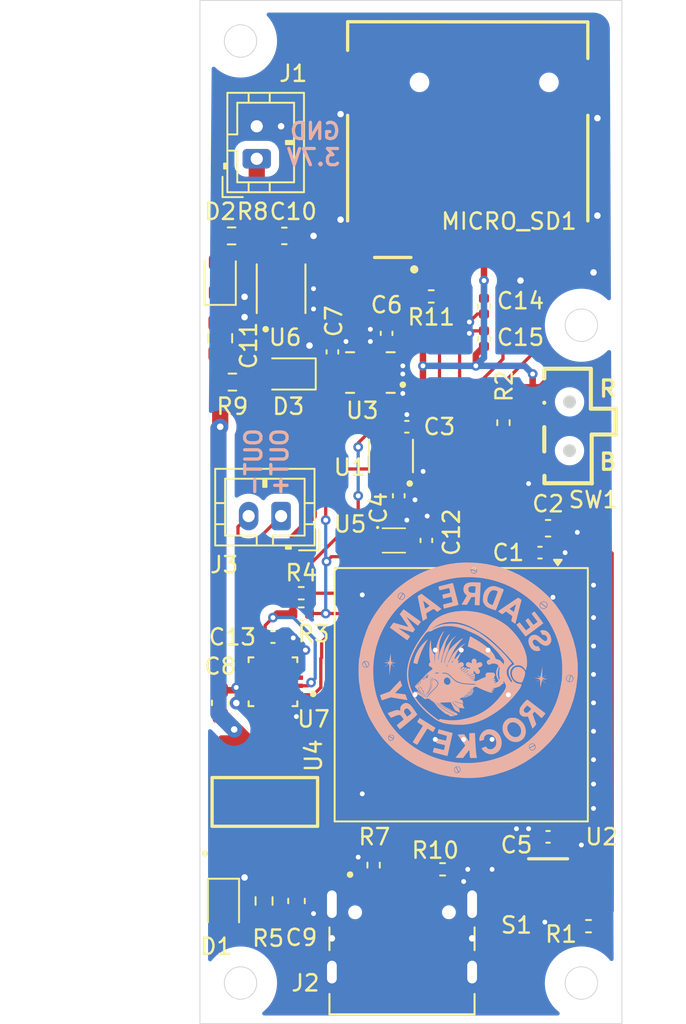
<source format=kicad_pcb>
(kicad_pcb (version 20241229) (generator "pcbnew") (generator_version "9.0")
  (layers (0 "F.Cu" signal) (2 "B.Cu" power) (13 "F.Paste" user) (15 "B.Paste" user) (5 "F.SilkS" user "F.Silkscreen") (7 "B.SilkS" user "B.Silkscreen") (1 "F.Mask" user) (3 "B.Mask" user) (25 "Edge.Cuts" user))
  (net 0 "")
  (net 1 "GND")
  (net 2 "+3.3V")
  (net 3 "/EN")
  (net 4 "Net-(J1-Pin_1)")
  (net 5 "Net-(D1-A)")
  (net 6 "Net-(D2-A)")
  (net 7 "Net-(D3-A)")
  (net 8 "/USB 5V")
  (net 9 "/D+")
  (net 10 "/D-")
  (net 13 "Net-(J2-CC1)")
  (net 14 "Net-(J2-CC2)")
  (net 15 "/OUT+")
  (net 16 "/OUT-")
  (net 17 "/MOSI")
  (net 20 "/SCK")
  (net 21 "/CD")
  (net 22 "/BOOT")
  (net 23 "Net-(SW1-B)")
  (net 27 "/IO14")
  (net 31 "/IO12")
  (net 43 "/IO13")
  (net 57 "/IO16")
  (net 58 "/IO15")
  (net 61 "/MISO")
  (footprint "Capacitor_SMD:C_0402_1005Metric" (layer "F.Cu") (at 153.75 65 180)
    (property "Reference" "C3")
    (property "Value" "100nF")
  )
  (footprint "Capacitor_SMD:C_0603_1608Metric" (layer "F.Cu") (at 162.45 71.25 180)
    (property "Reference" "C2")
    (property "Value" "10uF")
  )
  (footprint "Capacitor_SMD:C_0603_1608Metric" (layer "F.Cu") (at 142.25 82 90)
    (property "Reference" "C8")
    (property "Value" "10uF")
  )
  (footprint "Resistor_SMD:R_0402_1005Metric" (layer "F.Cu") (at 164.94 95.75)
    (property "Reference" "R1")
    (property "Value" "10k")
  )
  (footprint "2FOOTPRINTS:SHT4X" (layer "F.Cu") (at 152.95 72)
    (property "Reference" "U5")
    (property "Value" "SHT40-AD1B-R3")
  )
  (footprint "Capacitor_SMD:C_0603_1608Metric" (layer "F.Cu") (at 146.95 94.2 -90)
    (property "Reference" "C9")
    (property "Value" "10uF")
  )
  (footprint "LED_SMD:LED_0805_2012Metric" (layer "F.Cu") (at 142.45 94.5125 -90)
    (property "Reference" "D1")
    (property "Value" "LED")
  )
  (footprint "2FOOTPRINTS:XDCR_BMP280" (layer "F.Cu") (at 152.775 66.8 -90)
    (property "Reference" "U1")
    (property "Value" "BMP280")
  )
  (footprint "Resistor_SMD:R_0603_1608Metric" (layer "F.Cu") (at 142.95 53.25 180)
    (property "Reference" "R8")
    (property "Value" "220")
  )
  (footprint "RF_Module:ESP32-S2-MINI-1U" (layer "F.Cu") (at 157.1 81.5 -90)
    (property "Reference" "U2")
    (property "Value" "ESP32-S3-MINI-1U-N8")
  )
  (footprint "2FOOTPRINTS:XDCR_LSM6DSO32TR" (layer "F.Cu") (at 151.5 61.6625 180)
    (property "Reference" "U3")
    (property "Value" "LSM6DSO32TR")
  )
  (footprint "Capacitor_SMD:C_0402_1005Metric" (layer "F.Cu") (at 162.45 90.25)
    (property "Reference" "C5")
    (property "Value" "100nF")
  )
  (footprint "TYPE-C_16PIN_2MD__073_:SHOUHAN_TYPE-C_16PIN_2MD__073_" (layer "F.Cu") (at 153.45 97.5)
    (property "Reference" "J2")
    (property "Value" "C393939")
  )
  (footprint "Resistor_SMD:R_0402_1005Metric" (layer "F.Cu") (at 147.24 76.5)
    (property "Reference" "R3")
    (property "Value" "4k7")
  )
  (footprint "Capacitor_SMD:C_0402_1005Metric" (layer "F.Cu") (at 149.1625 60.3925 90)
    (property "Reference" "C7")
    (property "Value" "100nF")
  )
  (footprint "Capacitor_SMD:C_0402_1005Metric" (layer "F.Cu") (at 158.5 57.5762 90)
    (property "Reference" "C14")
    (property "Value" "100nF")
  )
  (footprint "Resistor_SMD:R_0402_1005Metric" (layer "F.Cu") (at 155.95 92.25)
    (property "Reference" "R10")
    (property "Value" "5k1")
  )
  (footprint "2FOOTPRINTS:TF-01A" (layer "F.Cu") (at 157.5 47.3262 180)
    (property "Reference" "MICRO_SD1")
    (property "Value" "C91145")
  )
  (footprint "Capacitor_SMD:C_0402_1005Metric" (layer "F.Cu") (at 158.5 59.5762 -90)
    (property "Reference" "C15")
    (property "Value" "1uF")
  )
  (footprint "2FOOTPRINTS:SW-SMD_SSSS810701" (layer "F.Cu") (at 161.770784 65.022284 90)
    (property "Reference" "SW1")
    (property "Value" "SSSS810701")
    (fp_poly (pts (xy -1.053422 1.94779) (xy -1.080448 1.846927) (xy -1.132659 1.756495) (xy -1.206495 1.682659) (xy -1.296927 1.630448) (xy -1.39779 1.603422) (xy -1.50221 1.603422) (xy -1.603073 1.630448) (xy -1.693505 1.682659) (xy -1.767341 1.756495) (xy -1.819552 1.846927) (xy -1.846578 1.94779) (xy -1.846578 2.05221) (xy -1.819552 2.153073) (xy -1.767341 2.243505) (xy -1.693505 2.317341) (xy -1.603073 2.369552) (xy -1.50221 2.396578) (xy -1.39779 2.396578) (xy -1.296927 2.369552) (xy -1.206495 2.317341) (xy -1.132659 2.243505) (xy -1.080448 2.153073) (xy -1.053422 2.05221)) (fill yes) (layer "Edge.Cuts"))
    (fp_poly (pts (xy 1.949078 1.95079) (xy 1.922052 1.849927) (xy 1.869841 1.759495) (xy 1.796005 1.685659) (xy 1.705573 1.633448) (xy 1.60471 1.606422) (xy 1.50029 1.606422) (xy 1.399427 1.633448) (xy 1.308995 1.685659) (xy 1.235159 1.759495) (xy 1.182948 1.849927) (xy 1.155922 1.95079) (xy 1.155922 2.05521) (xy 1.182948 2.156073) (xy 1.235159 2.246505) (xy 1.308995 2.320341) (xy 1.399427 2.372552) (xy 1.50029 2.399578) (xy 1.60471 2.399578) (xy 1.705573 2.372552) (xy 1.796005 2.320341) (xy 1.869841 2.246505) (xy 1.922052 2.156073) (xy 1.949078 2.05521)) (fill yes) (layer "Edge.Cuts"))
  )
  (footprint "2FOOTPRINTS:QFN50P300X300X80-17N" (layer "F.Cu") (at 145.5 80.7 180)
    (property "Reference" "U7")
    (property "Value" "MAX98357AETE_T")
  )
  (footprint "Resistor_SMD:R_0603_1608Metric" (layer "F.Cu") (at 143 62.25)
    (property "Reference" "R9")
    (property "Value" "220")
  )
  (footprint "2FOOTPRINTS:SOT230P700X180-4N" (layer "F.Cu") (at 145 88.1 90)
    (property "Reference" "U4")
    (property "Value" "LD1117S33TR")
  )
  (footprint "Resistor_SMD:R_0402_1005Metric" (layer "F.Cu") (at 159.7 64.75 -90)
    (property "Reference" "R2")
    (property "Value" "10k")
  )
  (footprint "Capacitor_SMD:C_0402_1005Metric" (layer "F.Cu") (at 145.5 77.95)
    (property "Reference" "C13")
    (property "Value" "100nF")
  )
  (footprint "Connector_JST:JST_PH_B2B-PH-K_1x02_P2.00mm_Vertical" (layer "F.Cu") (at 144.5 48.5 90)
    (property "Reference" "J1")
    (property "Value" "B2B-PH-K-S(LF)(SN)")
  )
  (footprint "Resistor_SMD:R_0402_1005Metric" (layer "F.Cu") (at 151.7 91.99 -90)
    (property "Reference" "R7")
    (property "Value" "5k1")
  )
  (footprint "Capacitor_SMD:C_0402_1005Metric" (layer "F.Cu") (at 153.25 69.25 -90)
    (property "Reference" "C4")
    (property "Value" "100nF")
  )
  (footprint "Resistor_SMD:R_0402_1005Metric" (layer "F.Cu") (at 155.25 56.9762)
    (property "Reference" "R11")
    (property "Value" "10k")
  )
  (footprint "LED_SMD:LED_0805_2012Metric" (layer "F.Cu") (at 146.45 61.75 180)
    (property "Reference" "D3")
    (property "Value" "LED")
  )
  (footprint "Resistor_SMD:R_0402_1005Metric" (layer "F.Cu") (at 147.24 75.25)
    (property "Reference" "R4")
    (property "Value" "4k7")
  )
  (footprint "Capacitor_SMD:C_0603_1608Metric" (layer "F.Cu") (at 146.2 53.25 180)
    (property "Reference" "C10")
    (property "Value" "10uF")
  )
  (footprint "Capacitor_SMD:C_0402_1005Metric" (layer "F.Cu") (at 154.95 72 90)
    (property "Reference" "C12")
    (property "Value" "100nF")
  )
  (footprint "Connector_JST:JST_PH_B2B-PH-K_1x02_P2.00mm_Vertical" (layer "F.Cu") (at 146 70.5 180)
    (property "Reference" "J3")
    (property "Value" "B2B-PH-K-S(LF)(SN)")
  )
  (footprint "Capacitor_SMD:C_0402_1005Metric" (layer "F.Cu") (at 152.5 59.25 90)
    (property "Reference" "C6")
    (property "Value" "100nF")
  )
  (footprint "Resistor_SMD:R_0603_1608Metric" (layer "F.Cu") (at 144.95 94.2 -90)
    (property "Reference" "R5")
    (property "Value" "330")
  )
  (footprint "Capacitor_SMD:C_0805_2012Metric" (layer "F.Cu") (at 142.25 59.55 -90)
    (property "Reference" "C11")
    (property "Value" "22uF")
  )
  (footprint "Capacitor_SMD:C_0402_1005Metric" (layer "F.Cu") (at 161.95 72.75 180)
    (property "Reference" "C1")
    (property "Value" "100nF")
  )
  (footprint "2FOOTPRINTS:SW_KMR221GLFS" (layer "F.Cu") (at 162.45 93 180)
    (property "Reference" "S1")
    (property "Value" "KMR221GLFS")
  )
  (footprint "LED_SMD:LED_0805_2012Metric" (layer "F.Cu") (at 142.25 55.8125 90)
    (property "Reference" "D2")
    (property "Value" "LED")
  )
  (footprint "2FOOTPRINTS:SON95P300X300X100-7N" (layer "F.Cu") (at 146 56.5 90)
    (property "Reference" "U6")
    (property "Value" "LD39200PU33R")
  )
  (footprint "Downloads:twst" (layer "B.Cu") (at 157.5 80.25 180)
    (property "Reference" "G***")
    (property "Value" "LOGO" (hide yes))
  )
  (gr_circle (center 143.5 41.25) (end 143.5 40.25) (stroke (width 0.05)) (fill no) (layer "Edge.Cuts"))
  (gr_circle (center 143.5 99.25) (end 143.5 98.25) (stroke (width 0.05)) (fill no) (layer "Edge.Cuts"))
  (gr_circle (center 164.5 58.75) (end 164.5 57.75) (stroke (width 0.05)) (fill no) (layer "Edge.Cuts"))
  (gr_circle (center 164.5 99.25) (end 165.5 99.25) (stroke (width 0.05)) (fill no) (layer "Edge.Cuts"))
  (gr_rect (start 141 38.75) (end 167 101.75) (stroke (width 0.05)) (fill no) (layer "Edge.Cuts"))
  (gr_text "B" (at 165.5 67.75 0) (layer "F.SilkS") (effects (font (size 1 1) (thickness 0.2) (bold yes)) (justify left bottom)))
  (gr_text "R" (at 165.5 63.25 0) (layer "F.SilkS") (effects (font (size 1 1) (thickness 0.2) (bold yes)) (justify left bottom)))
  (gr_text "GND\n3.7V" (at 149.75 49 0) (layer "B.SilkS") (effects (font (size 1 1) (thickness 0.2) (bold yes)) (justify left bottom mirror)))
  (gr_text "OUT-\nOUT+" (at 146.5 65 90) (layer "B.SilkS") (effects (font (size 1 1) (thickness 0.2) (bold yes)) (justify left bottom mirror)))
  (segment (start 160.5 89.75) (end 161.25 89.75) (width 0.25) (layer "F.Cu") (net 1))
  (segment (start 143.4 58.6) (end 143.75 58.25) (width 0.4) (layer "F.Cu") (net 1))
  (segment (start 162.45 95.3) (end 162.25 95.5) (width 0.25) (layer "F.Cu") (net 1))
  (segment (start 145.75 80.95) (end 145.5 80.7) (width 0.2) (layer "F.Cu") (net 1))
  (segment (start 151.73 58.77) (end 151.5 59) (width 0.2) (layer "F.Cu") (net 1))
  (segment (start 153.5 61.75) (end 153.5 61.825) (width 0.2) (layer "F.Cu") (net 1))
  (segment (start 149.1625 59.9125) (end 149.8375 59.9125) (width 0.2) (layer "F.Cu") (net 1))
  (segment (start 157.7538 59.0962) (end 157.6 59.25) (width 0.2) (layer "F.Cu") (net 1))
  (segment (start 159.05 92.2) (end 159 92.25) (width 0.2) (layer "F.Cu") (net 1))
  (segment (start 153.5 61.825) (end 153.4125 61.9125) (width 0.2) (layer "F.Cu") (net 1))
  (segment (start 149.6638 44.0262) (end 149.6638 45.75) (width 1) (layer "F.Cu") (net 1))
  (segment (start 162.2 72.98) (end 162.43 72.75) (width 0.2) (layer "F.Cu") (net 1))
  (segment (start 151 60.75) (end 151 60) (width 0.2) (layer "F.Cu") (net 1))
  (segment (start 147.8375 59.9125) (end 147.75 60) (width 0.2) (layer "F.Cu") (net 1))
  (segment (start 165.4886 44.0262) (end 165.4886 46) (width 1) (layer "F.Cu") (net 1))
  (segment (start 159 84.25) (end 158.75 84) (width 0.4) (layer "F.Cu") (net 1))
  (segment (start 157.25 93) (end 157.25 92.5) (width 0.2) (layer "F.Cu") (net 1))
  (segment (start 143.5 56.75) (end 143.75 57) (width 0.4) (layer "F.Cu") (net 1))
  (segment (start 160.7702 54.5) (end 160.7702 55.9798) (width 0.2) (layer "F.Cu") (net 1))
  (segment (start 161.35 88.5) (end 161.35 89.65) (width 0.2) (layer "F.Cu") (net 1))
  (segment (start 164.0702 54.5) (end 164.25 54.5) (width 0.4) (layer "F.Cu") (net 1))
  (segment (start 160.5 88.5) (end 160.5 89.75) (width 0.25) (layer "F.Cu") (net 1))
  (segment (start 155.45 78.8) (end 155.5 78.75) (width 0.4) (layer "F.Cu") (net 1))
  (segment (start 151.7 91.48) (end 150.77 91.48) (width 0.2) (layer "F.Cu") (net 1))
  (segment (start 156.65 93.83) (end 156.65 93.6) (width 0.2) (layer "F.Cu") (net 1))
  (segment (start 153.65 71.6) (end 153.65 70.85) (width 0.2) (layer "F.Cu") (net 1))
  (segment (start 158.75 83.15) (end 155.45 83.15) (width 0.4) (layer "F.Cu") (net 1))
  (segment (start 146.03 78) (end 145.98 77.95) (width 0.2) (layer "F.Cu") (net 1))
  (segment (start 145.75 82.135) (end 145.75 82.596842) (width 0.2) (layer "F.Cu") (net 1))
  (segment (start 146.95 94.975) (end 148 94.975) (width 0.4) (layer "F.Cu") (net 1))
  (segment (start 150.1 74.5) (end 150.149998 74.5) (width 0.2) (layer "F.Cu") (net 1))
  (segment (start 158.5 58.0562) (end 158.093065 58.0562) (width 0.2) (layer "F.Cu") (net 1))
  (segment (start 162.43 72.75) (end 163.5 72.75) (width 0.2) (layer "F.Cu") (net 1))
  (segment (start 154.95 70.55) (end 155 70.5) (width 0.2) (layer "F.Cu") (net 1))
  (segment (start 149.6638 52.25) (end 149.6638 52.9512) (width 1) (layer "F.Cu") (net 1))
  (segment (start 155.45 79.85) (end 155.45 78.8) (width 0.4) (layer "F.Cu") (net 1))
  (segment (start 161.35 88.5) (end 161.35 88.3) (width 0.2) (layer "F.Cu") (net 1))
  (segment (start 158.093065 58.0562) (end 157.6 58.549265) (width 0.2) (layer "F.Cu") (net 1))
  (segment (start 154.75 70.25) (end 154.25 70.25) (width 0.2) (layer "F.Cu") (net 1))
  (segment (start 161.35 89.65) (end 161.25 89.75) (width 0.2) (layer "F.Cu") (net 1))
  (segment (start 154.25 70.25) (end 153.75 70.75) (width 0.2) (layer "F.Cu") (net 1))
  (segment (start 165.4886 46) (end 165.4886 52) (width 1) (layer "F.Cu") (net 1))
  (segment (start 157.25 93) (end 157.25 93.875) (width 0.2) (layer "F.Cu") (net 1))
  (segment (start 146.935 79.315) (end 147.5 78.75) (width 0.2) (layer "F.Cu") (net 1))
  (segment (start 164.1 74.5) (end 163.05 74.5) (width 0.2) (layer "F.Cu") (net 1))
  (segment (start 163.225 71.25) (end 163.225 72.475) (width 0.2) (layer "F.Cu") (net 1))
  (segment (start 149.8375 59.9125) (end 150 59.75) (width 0.2) (layer "F.Cu") (net 1))
  (segment (start 153.4125 61.9125) (end 152.6625 61.9125) (width 0.2) (layer "F.Cu") (net 1))
  (segment (start 153.25 69.73) (end 154.02 69.73) (width 0.2) (layer "F.Cu") (net 1))
  (segment (start 142.25 81.225) (end 143.061432 81.225) (width 0.4) (layer "F.Cu") (net 1))
  (segment (start 144.5 46.5) (end 146 46.5) (width 1) (layer "F.Cu") (net 1))
  (segment (start 155.45 83.15) (end 155.45 79.85) (width 0.4) (layer "F.Cu") (net 1))
  (segment (start 146.75 46.5) (end 148.9138 46.5) (width 1) (layer "F.Cu") (net 1))
  (segment (start 162.2 75.3) (end 162.2 74.5) (width 0.2) (layer "F.Cu") (net 1))
  (segment (start 161.75 90.25) (end 161.25 89.75) (width 0.25) (layer "F.Cu") (net 1))
  (segment (start 158.75 81.5) (end 160 81.5) (width 0.4) (layer "F.Cu") (net 1))
  (segment (start 153.1 65.17) (end 153.27 65) (width 0.2) (layer "F.Cu") (net 1))
  (segment (start 160.35 92.25) (end 160.4 92.2) (width 0.2) (layer "F.Cu") (net 1))
  (segment (start 144.065 80.95) (end 143.336432 80.95) (width 0.2) (layer "F.Cu") (net 1))
  (segment (start 143.236433 82.005891) (end 143.240268 82.009726) (width 0.2) (layer "F.Cu") (net 1))
  (segment (start 163.225 72.475) (end 163.5 72.75) (width 0.2) (layer "F.Cu") (net 1))
  (segment (start 154.95 71.52) (end 154.95 70.55) (width 0.2) (layer "F.Cu") (net 1))
  (segment (start 153.3375 61.4125) (end 153.5 61.25) (width 0.2) (layer "F.Cu") (net 1))
  (segment (start 164.5 92.2) (end 164.5 90.75) (width 0.25) (layer "F.Cu") (net 1))
  (segment (start 164.7148 54.5) (end 165.4886 53.7262) (width 0.4) (layer "F.Cu") (net 1))
  (segment (start 155 70.5) (end 154.75 70.25) (width 0.2) (layer "F.Cu") (net 1))
  (segment (start 155.45 81.5) (end 154.25 81.5) (width 0.4) (layer "F.Cu") (net 1))
  (segment (start 146.935 79.95) (end 146.935 80.45) (width 0.2) (layer "F.Cu") (net 1))
  (segment (start 147.3875 60.3625) (end 147.75 60) (width 0.4) (layer "F.Cu") (net 1))
  (segment (start 156.46 93.64) (end 156.65 93.83) (width 0.2) (layer "F.Cu") (net 1))
  (segment (start 153.1 66) (end 153.1 65.17) (width 0.2) (layer "F.Cu") (net 1))
  (segment (start 151.5 59) (end 151.5 59.75) (width 0.2) (layer "F.Cu") (net 1))
  (segment (start 151.5 60.75) (end 151.5 59.75) (width 0.2) (layer "F.Cu") (net 1))
  (segment (start 149.13 94.395) (end 149.13 96.5) (width 1) (layer "F.Cu") (net 1))
  (segment (start 150.77 91.48) (end 150.75 91.5) (width 0.2) (layer "F.Cu") (net 1))
  (segment (start 151 60.25) (end 151.5 59.75) (width 0.2) (layer "F.Cu") (net 1))
  (segment (start 150.149998 74.5) (end 151 75.350002) (width 0.2) (layer "F.Cu") (net 1))
  (segment (start 149.6638 45.75) (end 149.6638 52.25) (width 1) (layer "F.Cu") (net 1))
  (segment (start 152.6625 61.4125) (end 153.3375 61.4125) (width 0.2) (layer "F.Cu") (net 1))
  (segment (start 163.05 75.2) (end 162.75 75.5) (width 0.2) (layer "F.Cu") (net 1))
  (segment (start 146 56.5) (end 148 56.5) (width 0.2) (layer "F.Cu") (net 1))
  (segment (start 155.45 84.2) (end 155.5 84.25) (width 0.4) (layer "F.Cu") (net 1))
  (segment (start 150.1 88.499998) (end 151 87.599998) (width 0.2) (layer "F.Cu") (net 1))
  (segment (start 148 53.25) (end 148.6638 53.25) (width 1) (layer "F.Cu") (net 1))
  (segment (start 146.009158 82.856) (end 146.92967 82.856) (width 0.2) (layer "F.Cu") (net 1))
  (segment (start 162.45 94.425) (end 162.45 95.3) (width 0.25) (layer "F.Cu") (net 1))
  (segment (start 158.75 79.85) (end 158.75 83.15) (width 0.4) (layer "F.Cu") (net 1))
  (segment (start 148.6638 53.25) (end 149.6638 52.25) (width 1) (layer "F.Cu") (net 1))
  (segment (start 153.5 62.95) (end 153.5 62.75) (width 0.2) (layer "F.Cu") (net 1))
  (segment (start 156.65 93.83) (end 157.205 93.83) (width 0.2) (layer "F.Cu") (net 1))
  (segment (start 145.75 82.596842) (end 146.009158 82.856) (width 0.2) (layer "F.Cu") (net 1))
  (segment (start 162.4 75.5) (end 162.2 75.3) (width 0.2) (layer "F.Cu") (net 1))
  (segment (start 142.925 93.575) (end 142.45 93.575) (width 0.4) (layer "F.Cu") (net 1))
  (segment (start 146.935 79.95) (end 146.935 79.315) (width 0.2) (layer "F.Cu") (net 1))
  (segment (start 151 60.75) (end 151 60.25) (width 0.2) (layer "F.Cu") (net 1))
  (segment (start 164.25 54.5) (end 165.25 55.5) (width 0.4) (layer "F.Cu") (net 1))
  (segment (start 157.25 93.875) (end 157.77 94.395) (width 0.2) (layer "F.Cu") (net 1))
  (segment (start 155.45 79.85) (end 158.75 79.85) (width 0.4) (layer "F.Cu") (net 1))
  (segment (start 157.25 92.5) (end 157.5 92.25) (width 0.2) (layer "F.Cu") (net 1))
  (segment (start 145.25 80.95) (end 144.065 80.95) (width 0.2) (layer "F.Cu") (net 1))
  (segment (start 149.13 96.5) (end 149.13 98.575) (width 1) (layer "F.Cu") (net 1))
  (segment (start 162.2 74.5) (end 163.05 74.5) (width 0.2) (layer "F.Cu") (net 1))
  (segment (start 150.1 88.5) (end 150.1 88.499998) (width 0.2) (layer "F.Cu") (net 1))
  (segment (start 143.236433 81.049999) (end 143.236433 82.005891) (width 0.2) (layer "F.Cu") (net 1))
  (segment (start 157.205 93.83) (end 157.77 94.395) (width 0.2) (layer "F.Cu") (net 1))
  (segment (start 149.695 93.83) (end 149.13 94.395) (width 0.4) (layer "F.Cu") (net 1))
  (segment (start 143.75 92.75) (end 142.7 91.7) (width 0.4) (layer "F.Cu") (net 1))
  (segment (start 158.5 59.0962) (end 157.7538 59.0962) (width 0.2) (layer "F.Cu") (net 1))
  (segment (start 149.1625 59.9125) (end 147.8375 59.9125) (width 0.2) (layer "F.Cu") (net 1))
  (segment (start 160.7702 55.9798) (end 160.75 56) (width 0.2) (layer "F.Cu") (net 1))
  (segment (start 161.97 90.25) (end 161.75 90.25) (width 0.25) (layer "F.Cu") (net 1))
  (segment (start 164.0702 54.5) (end 164.7148 54.5) (width 0.4) (layer "F.Cu") (net 1))
  (segment (start 163.225 71.25) (end 164 71.25) (width 0.2) (layer "F.Cu") (net 1))
  (segment (start 157.1 83.15) (end 157.1 84.1) (width 0.4) (layer "F.Cu") (net 1))
  (segment (start 161.770784 67.272284) (end 161.770784 67.979216) (width 0.2) (layer "F.Cu") (net 1))
  (segment (start 164 71.25) (end 164.25 71.5) (width 0.2) (layer "F.Cu") (net 1))
  (segment (start 148.55 94.975) (end 149.13 94.395) (width 0.4) (layer "F.Cu") (net 1))
  (segment (start 142.7 91.7) (end 142.7 91) (width 0.4) (layer "F.Cu") (net 1))
  (segment (start 154.95 71.52) (end 153.73 71.52) (width 0.2) (layer "F.Cu") (net 1))
  (segment (start 161.770784 67.979216) (end 161.25 68.5) (width 0.2) (layer "F.Cu") (net 1))
  (segment (start 142.25 58.6) (end 143.4 58.6) (width 0.4) (layer "F.Cu") (net 1))
  (segment (start 146.7 77.95) (end 147.5 78.75) (width 0.2) (layer "F.Cu") (net 1))
  (segment (start 158.75 84) (end 158.75 83.15) (width 0.4) (layer "F.Cu") (net 1))
  (segment (start 165.4886 52) (end 165.4886 53.7262) (width 1) (layer "F.Cu") (net 1))
  (segment (start 147.815 57.935) (end 148 57.75) (width 0.2) (layer "F.Cu") (net 1))
  (segment (start 146 46.5) (end 146.75 46.5) (width 1) (layer "F.Cu") (net 1))
  (segment (start 150 59.75) (end 150.75 59.75) (width 0.2) (layer "F.Cu") (net 1))
  (segment (start 150.25 93.83) (end 149.695 93.83) (width 0.4) (layer "F.Cu") (net 1))
  (segment (start 145.75 80.45) (end 146.935 80.45) (width 0.2) (layer "F.Cu") (net 1))
  (segment (start 154.6 67.6) (end 154.75 67.75) (width 0.2) (layer "F.Cu") (net 1))
  (segment (start 162.75 75.5) (end 162.4 75.5) (width 0.2) (layer "F.Cu") (net 1))
  (segment (start 157.1 84.1) (end 157.25 84.25) (width 0.4) (layer "F.Cu") (net 1))
  (segment (start 146.95 57.935) (end 147.815 57.935) (width 0.2) (layer "F.Cu") (net 1))
  (segment (start 143.75 58.25) (end 143.75 57) (width 0.4) (layer "F.Cu") (net 1))
  (segment (start 148 94.975) (end 148.55 94.975) (width 0.4) (layer "F.Cu") (net 1))
  (segment (start 145.5 80.7) (end 145.75 80.45) (width 0.2) (layer "F.Cu") (net 1))
  (segment (start 142.25 56.75) (end 143.5 56.75) (width 0.4) (layer "F.Cu") (net 1))
  (segment (start 149.6638 52.9512) (end 150.4388 53.7262) (width 1) (layer "F.Cu") (net 1))
  (segment (start 157.77 94.395) (end 157.77 96.5) (width 1) (layer "F.Cu") (net 1))
  (segment (start 153.75 64.25) (end 153.27 64.73) (width 0.2) (layer "F.Cu") (net 1))
  (segment (start 162.2 74.5) (end 162.2 72.98) (width 0.2) (layer "F.Cu") (net 1))
  (segment (start 157.1 79.85) (end 157.1 83.15) (width 0.4) (layer "F.Cu") (net 1))
  (segment (start 151 60) (end 150.75 59.75) (width 0.2) (layer "F.Cu") (net 1))
  (segment (start 145.75 82.135) (end 145.75 80.95) (width 0.2) (layer "F.Cu") (net 1))
  (segment (start 163.05 74.5) (end 163.05 75.2) (width 0.2) (layer "F.Cu") (net 1))
  (segment (start 153.75 67.6) (end 154.6 67.6) (width 0.2) (layer "F.Cu") (net 1))
  (segment (start 152.5 58.77) (end 151.73 58.77) (width 0.2) (layer "F.Cu") (net 1))
  (segment (start 153.27 64.73) (end 153.27 65) (width 0.2) (layer "F.Cu") (net 1))
  (segment (start 157.77 96.5) (end 157.77 98.575) (width 1) (layer "F.Cu") (net 1))
  (segment (start 153.5 62.75) (end 153.1625 62.4125) (width 0.2) (layer "F.Cu") (net 1))
  (segment (start 143.75 92.75) (end 142.925 93.575) (width 0.4) (layer "F.Cu") (net 1))
  (segment (start 147.3875 61.75) (end 147.3875 60.3625) (width 0.4) (layer "F.Cu") (net 1))
  (segment (start 155.45 81.5) (end 158.75 81.5) (width 0.4) (layer "F.Cu") (net 1))
  (segment (start 160.4 92.2) (end 159.05 92.2) (width 0.2) (layer "F.Cu") (net 1))
  (segment (start 143.336432 80.95) (end 143.236433 81.049999) (width 0.2) (layer "F.Cu") (net 1))
  (segment (start 154.02 69.73) (end 154.25 69.5) (width 0.2) (layer "F.Cu") (net 1))
  (segment (start 153.1625 62.4125) (end 152.6625 62.4125) (width 0.2) (layer "F.Cu") (net 1))
  (segment (start 143.061432 81.225) (end 143.236433 81.049999) (width 0.4) (layer "F.Cu") (net 1))
  (segment (start 156.46 92.25) (end 157.5 92.25) (width 0.2) (layer "F.Cu") (net 1))
  (segment (start 155.45 83.15) (end 155.45 84.2) (width 0.4) (layer "F.Cu") (net 1))
  (segment (start 151.5 59.75) (end 150.75 59.75) (width 0.2) (layer "F.Cu") (net 1))
  (segment (start 145.98 77.95) (end 146.7 77.95) (width 0.2) (layer "F.Cu") (net 1))
  (segment (start 146.975 53.25) (end 148 53.25) (width 1) (layer "F.Cu") (net 1))
  (segment (start 156.65 93.6) (end 157.25 93) (width 0.2) (layer "F.Cu") (net 1))
  (segment (start 153.65 70.85) (end 153.75 70.75) (width 0.2) (layer "F.Cu") (net 1))
  (segment (start 145.5 80.7) (end 145.25 80.95) (width 0.2) (layer "F.Cu") (net 1))
  (segment (start 146.92967 82.856) (end 146.942835 82.842835) (width 0.2) (layer "F.Cu") (net 1))
  (segment (start 158.75 79.85) (end 158.75 78.75) (width 0.4) (layer "F.Cu") (net 1))
  (segment (start 148.9138 46.5) (end 149.6638 45.75) (width 1) (layer "F.Cu") (net 1))
  (segment (start 153.73 71.52) (end 153.65 71.6) (width 0.2) (layer "F.Cu") (net 1))
  (segment (start 157.1 78.75) (end 157.1 79.85) (width 0.4) (layer "F.Cu") (net 1))
  (segment (start 153.5 62.95) (end 153.5 61.25) (width 0.2) (layer "F.Cu") (net 1))
  (segment (start 157.6 59.25) (end 157.6 58.549265) (width 0.2) (layer "F.Cu") (net 1))
  (via (at 161.25 68.5) (size 0.6) (drill 0.3) (layers "F.Cu" "B.Cu") (net 1))
  (via (at 143.75 58.25) (size 0.8) (drill 0.4) (layers "F.Cu" "B.Cu") (net 1))
  (via (at 143.236433 81.049999) (size 0.6) (drill 0.3) (layers "F.Cu" "B.Cu") (net 1))
  (via (at 165.25 76.75) (size 0.6) (drill 0.3) (layers "F.Cu" "B.Cu") (net 1))
  (via (at 159 92.25) (size 0.6) (drill 0.3) (layers "F.Cu" "B.Cu") (net 1))
  (via (at 148 94.975) (size 0.6) (drill 0.3) (layers "F.Cu" "B.Cu") (net 1))
  (via (at 153.5 61.25) (size 0.6) (drill 0.3) (layers "F.Cu" "B.Cu") (net 1))
  (via (at 160.75 56) (size 0.8) (drill 0.4) (layers "F.Cu" "B.Cu") (net 1))
  (via (at 150.75 91.5) (size 0.6) (drill 0.3) (layers "F.Cu" "B.Cu") (net 1))
  (via (at 165.4886 52) (size 0.8) (drill 0.4) (layers "F.Cu" "B.Cu") (net 1))
  (via (at 160 81.5) (size 0.6) (drill 0.3) (layers "F.Cu" "B.Cu") (net 1))
  (via (at 143.75 57) (size 0.8) (drill 0.4) (layers "F.Cu" "B.Cu") (net 1))
  (via (at 155 70.5) (size 0.6) (drill 0.3) (layers "F.Cu" "B.Cu") (net 1))
  (via (at 150 59.75) (size 0.6) (drill 0.3) (layers "F.Cu" "B.Cu") (net 1))
  (via (at 149.13 96.5) (size 0.8) (drill 0.4) (layers "F.Cu" "B.Cu") (net 1))
  (via (at 151 75.350002) (size 0.6) (drill 0.3) (layers "F.Cu" "B.Cu") (net 1))
  (via (at 154.25 69.5) (size 0.6) (drill 0.3) (layers "F.Cu" "B.Cu") (net 1))
  (via (at 158.75 78.75) (size 0.6) (drill 0.3) (layers "F.Cu" "B.Cu") (net 1))
  (via (at 146.942835 82.842835) (size 0.6) (drill 0.3) (layers "F.Cu" "B.Cu") (net 1))
  (via (at 148 53.25) (size 0.8) (drill 0.4) (layers "F.Cu" "B.Cu") (net 1))
  (via (at 157.5 92.25) (size 0.6) (drill 0.3) (layers "F.Cu" "B.Cu") (net 1))
  (via (at 148 57.75) (size 0.6) (drill 0.3) (layers "F.Cu" "B.Cu") (net 1))
  (via (at 143.75 92.75) (size 0.8) (drill 0.4) (layers "F.Cu" "B.Cu") (net 1))
  (via (at 164.25 71.5) (size 0.6) (drill 0.3) (layers "F.Cu" "B.Cu") (net 1))
  (via (at 165.25 55.5) (size 0.8) (drill 0.4) (layers "F.Cu" "B.Cu") (net 1))
  (via (at 155.5 84.25) (size 0.6) (drill 0.3) (layers "F.Cu" "B.Cu") (net 1))
  (via (at 165.25 78.5) (size 0.6) (drill 0.3) (layers "F.Cu" "B.Cu") (net 1))
  (via (at 157.6 58.549265) (size 0.6) (drill 0.3) (layers "F.Cu" "B.Cu") (net 1))
  (via (at 153.75 70.75) (size 0.6) (drill 0.3) (layers "F.Cu" "B.Cu") (net 1))
  (via (at 165.25 80.25) (size 0.6) (drill 0.3) (layers "F.Cu" "B.Cu") (net 1))
  (via (at 165.25 82) (size 0.6) (drill 0.3) (layers "F.Cu" "B.Cu") (net 1))
  (via (at 154.25 81.5) (size 0.6) (drill 0.3) (layers "F.Cu" "B.Cu") (net 1))
  (via (at 149.6638 45.75) (size 0.8) (drill 0.4) (layers "F.Cu" "B.Cu") (net 1))
  (via (at 153.75 64.25) (size 0.6) (drill 0.3) (layers "F.Cu" "B.Cu") (net 1))
  (via (at 157.25 84.25) (size 0.6) (drill 0.3) (layers "F.Cu" "B.Cu") (net 1))
  (via (at 147.5 78.75) (size 0.6) (drill 0.3) (layers "F.Cu" "B.Cu") (net 1))
  (via (at 165.25 87) (size 0.6) (drill 0.3) (layers "F.Cu" "B.Cu") (net 1))
  (via (at 148 56.5) (size 0.6) (drill 0.3) (layers "F.Cu" "B.Cu") (net 1))
  (via (at 157.25 93) (size 0.6) (drill 0.3) (layers "F.Cu" "B.Cu") (net 1))
  (via (at 157.6 59.25) (size 0.6) (drill 0.3) (layers "F.Cu" "B.Cu") (net 1))
  (via (at 165.25 74.75) (size 0.6) (drill 0.3) (layers "F.Cu" "B.Cu") (net 1))
  (via (at 157.1 78.75) (size 0.6) (drill 0.3) (layers "F.Cu" "B.Cu") (net 1))
  (via (at 165.25 85.5) (size 0.6) (drill 0.3) (layers "F.Cu" "B.Cu") (net 1))
  (via (at 157.77 96.5) (size 0.8) (drill 0.4) (layers "F.Cu" "B.Cu") (net 1))
  (via (at 161.25 89.75) (size 0.6) (drill 0.3) (layers "F.Cu" "B.Cu") (net 1))
  (via (at 159 84.25) (size 0.6) (drill 0.3) (layers "F.Cu" "B.Cu") (net 1))
  (via (at 151 87.599998) (size 0.6) (drill 0.3) (layers "F.Cu" "B.Cu") (net 1))
  (via (at 154.75 67.75) (size 0.6) (drill 0.3) (layers "F.Cu" "B.Cu") (net 1))
  (via (at 147.75 60) (size 0.8) (drill 0.4) (layers "F.Cu" "B.Cu") (net 1))
  (via (at 164.5 90.75) (size 0.6) (drill 0.3) (layers "F.Cu" "B.Cu") (net 1))
  (via (at 153.5 62.95) (size 0.6) (drill 0.3) (layers "F.Cu" "B.Cu") (net 1))
  (via (at 162.25 95.5) (size 0.6) (drill 0.3) (layers "F.Cu" "B.Cu") (net 1))
  (via (at 165.4886 46) (size 0.8) (drill 0.4) (layers "F.Cu" "B.Cu") (net 1))
  (via (at 163.5 72.75) (size 0.6) (drill 0.3) (layers "F.Cu" "B.Cu") (net 1))
  (via (at 165.25 88.5) (size 0.6) (drill 0.3) (layers "F.Cu" "B.Cu") (net 1))
  (via (at 160.5 89.75) (size 0.6) (drill 0.3) (layers "F.Cu" "B.Cu") (net 1))
  (via (at 143.240268 82.009726) (size 0.8) (drill 0.4) (layers "F.Cu" "B.Cu") (net 1))
  (via (at 151.5 59) (size 0.6) (drill 0.3) (layers "F.Cu" "B.Cu") (net 1))
  (via (at 146.75 78) (size 0.6) (drill 0.3) (layers "F.Cu" "B.Cu") (net 1))
  (via (at 165.25 83.75) (size 0.6) (drill 0.3) (layers "F.Cu" "B.Cu") (net 1))
  (via (at 162.75 75.5) (size 0.6) (drill 0.3) (layers "F.Cu" "B.Cu") (net 1))
  (via (at 146 46.5) (size 0.8) (drill 0.4) (layers "F.Cu" "B.Cu") (net 1))
  (via (at 149.6638 52.25) (size 0.8) (drill 0.4) (layers "F.Cu" "B.Cu") (net 1))
  (via (at 151.5 59.75) (size 0.6) (drill 0.3) (layers "F.Cu" "B.Cu") (net 1))
  (via (at 153.5 61.75) (size 0.6) (drill 0.3) (layers "F.Cu" "B.Cu") (net 1))
  (via (at 155.5 78.75) (size 0.6) (drill 0.3) (layers "F.Cu" "B.Cu") (net 1))
  (segment (start 146.73 76.5) (end 145.75 76.5) (width 0.4) (layer "F.Cu") (net 2))
  (segment (start 154.23 65) (end 154.73 64.5) (width 0.4) (layer "F.Cu") (net 2))
  (segment (start 161.5 62.5015) (end 161.770784 62.772284) (width 0.4) (layer "F.Cu") (net 2))
  (segment (start 151 62.575) (end 151 62.8145) (width 0.2) (layer "F.Cu") (net 2))
  (segment (start 154 56.9762) (end 154.74 56.9762) (width 0.8) (layer "F.Cu") (net 2))
  (segment (start 149.2025 60.9125) (end 149.1625 60.8725) (width 0.2) (layer "F.Cu") (net 2))
  (segment (start 146.73 75.25) (end 146.73 71.77) (width 0.4) (layer "F.Cu") (net 2))
  (segment (start 145.05 57.935) (end 146 57.935) (width 0.8) (layer "F.Cu") (net 2))
  (segment (start 163.599943 70) (end 161.5 70) (width 0.2) (layer "F.Cu") (net 2))
  (segment (start 149.749 62.8885) (end 149.55525 62.69475) (width 0.2) (layer "F.Cu") (net 2))
  (segment (start 152 60.75) (end 152 60.23) (width 0.2) (layer "F.Cu") (net 2))
  (segment (start 165.424971 71.825029) (end 166.399 72.799058) (width 0.2) (layer "F.Cu") (net 2))
  (segment (start 142.175 60.575) (end 142.25 60.5) (width 0.8) (layer "F.Cu") (net 2))
  (segment (start 145.25 79.265) (end 145.25 78.18) (width 0.2) (layer "F.Cu") (net 2))
  (segment (start 153.75 66) (end 154.23 65.52) (width 0.4) (layer "F.Cu") (net 2))
  (segment (start 150.3375 60.9125) (end 149.2025 60.9125) (width 0.2) (layer "F.Cu") (net 2))
  (segment (start 153.1 67.6) (end 153.1 68.62) (width 0.2) (layer "F.Cu") (net 2))
  (segment (start 158.5 54.5702) (end 158.5702 54.5) (width 0.4) (layer "F.Cu") (net 2))
  (segment (start 166.399 94.801) (end 165.45 95.75) (width 0.2) (layer "F.Cu") (net 2))
  (segment (start 154.87 72.4) (end 154.95 72.48) (width 0.2) (layer "F.Cu") (net 2))
  (segment (start 161.675 72.545) (end 161.47 72.75) (width 0.2) (layer "F.Cu") (net 2))
  (segment (start 155.68 71.75) (end 155.68 69.402) (width 0.2) (layer "F.Cu") (net 2))
  (segment (start 151 62.8145) (end 150.926 62.8885) (width 0.2) (layer "F.Cu") (net 2))
  (segment (start 154.23 65.52) (end 154.23 65) (width 0.4) (layer "F.Cu") (net 2))
  (segment (start 165.75 61.75) (end 165.75 70.25) (width 0.4) (layer "F.Cu") (net 2))
  (segment (start 150.926 62.8885) (end 149.749 62.8885) (width 0.2) (layer "F.Cu") (net 2))
  (segment (start 158 61.25) (end 158 60.5562) (width 0.4) (layer "F.Cu") (net 2))
  (segment (start 145.02 77.23) (end 145.5 76.75) (width 0.2) (layer "F.Cu") (net 2))
  (segment (start 146.73 71.77) (end 148 70.5) (width 0.4) (layer "F.Cu") (net 2))
  (segment (start 152.45 63.950057) (end 152.900057 63.5) (width 0.2) (layer "F.Cu") (net 2))
  (segment (start 161.47 72.75) (end 161.47 74.38) (width 0.2) (layer "F.Cu") (net 2))
  (segment (start 148 70.5) (end 148 63.226) (width 0.4) (layer "F.Cu") (net 2))
  (segment (start 142.25 60.5) (end 142.975 60.5) (width 0.8) (layer "F.Cu") (net 2))
  (segment (start 152.900057 63.5) (end 154.74 63.5) (width 0.2) (layer "F.Cu") (net 2))
  (segment (start 145.25 78.18) (end 145.02 77.95) (width 0.2) (layer "F.Cu") (net 2))
  (segment (start 145.02 77.95) (end 145.02 77.23) (width 0.2) (layer "F.Cu") (net 2))
  (segment (start 149.55525 62.69475) (end 149.1625 62.302) (width 0.2) (layer "F.Cu") (net 2))
  (segment (start 148 63.226) (end 147.9 63.126) (width 0.4) (layer "F.Cu") (net 2))
  (segment (start 146 57.935) (end 146 58.5) (width 0.8) (layer "F.Cu") (net 2))
  (segment (start 161.675 71.25) (end 161.675 72.545) (width 0.2) (layer "F.Cu") (net 2))
  (segment (start 142.8625 83.3875) (end 143.1125 83.6375) (width 1) (layer "F.Cu") (net 2))
  (segment (start 147.9 63.126) (end 143.051 63.126) (width 0.4) (layer "F.Cu") (net 2))
  (segment (start 161.47 74.38) (end 161.35 74.5) (width 0.2) (layer "F.Cu") (net 2))
  (segment (start 143.051 63.126) (end 142.175 62.25) (width 0.4) (layer "F.Cu") (net 2))
  (segment (start 146.935 80.95) (end 147.648 80.95) (width 0.2) (layer "F.Cu") (net 2))
  (segment (start 145.05 58.425) (end 145.05 57.935) (width 0.8) (layer "F.Cu") (net 2))
  (segment (start 148.3385 63.126) (end 149.1625 62.302) (width 0.4) (layer "F.Cu") (net 2))
  (segment (start 147.648 80.95) (end 147.848 80.75) (width 0.2) (layer "F.Cu") (net 2))
  (segment (start 149.1625 62.302) (end 149.1625 60.8725) (width 0.2) (layer "F.Cu") (net 2))
  (segment (start 144.75 78.22) (end 145.02 77.95) (width 0.2) (layer "F.Cu") (net 2))
  (segment (start 161.5 71.075) (end 161.675 71.25) (width 0.2) (layer "F.Cu") (net 2))
  (segment (start 158 60.5562) (end 158.5 60.0562) (width 0.4) (layer "F.Cu") (net 2))
  (segment (start 162.793068 61.75) (end 165.75 61.75) (width 0.4) (layer "F.Cu") (net 2))
  (segment (start 155.5 68.75) (end 155.5 65.25) (width 0.2) (layer "F.Cu") (net 2))
  (segment (start 142.975 60.5) (end 145.05 58.425) (width 0.8) (layer "F.Cu") (net 2))
  (segment (start 146 58.5) (end 146.499 58.999) (width 0.8) (layer "F.Cu") (net 2))
  (segment (start 155.5 65.25) (end 154.75 64.5) (width 0.2) (layer "F.Cu") (net 2))
  (segment (start 165.75 70.25) (end 164.870682 71.129318) (width 0.4) (layer "F.Cu") (net 2))
  (segment (start 142.25 65) (end 142.25 62.325) (width 1) (layer "F.Cu") (net 2))
  (segment (start 152 60.23) (end 152.5 59.73) (width 0.2) (layer "F.Cu") (net 2))
  (segment (start 153.25 68.77) (end 155.48 68.77) (width 0.2) (layer "F.Cu") (net 2))
  (segment (start 154.74 64.49) (end 154.74 61.25) (width 0.4) (layer "F.Cu") (net 2))
  (segment (start 154.73 64.5) (end 154.75 64.5) (width 0.4) (layer "F.Cu") (net 2))
  (segment (start 145 85.2) (end 144.675 85.2) (width 1) (layer "F.Cu") (net 2))
  (segment (start 155.48 68.77) (end 155.5 68.75) (width 0.2) (layer "F.Cu") (net 2))
  (segment (start 149.476793 58.999) (end 151.499593 56.9762) (width 0.8) (layer "F.Cu") (net 2))
  (segment (start 154.75 64.5) (end 154.74 64.49) (width 0.4) (layer "F.Cu") (net 2))
  (segment (start 155.5 69.222) (end 155.5 68.75) (width 0.2) (layer "F.Cu") (net 2))
  (segment (start 142.25 62.325) (end 142.175 62.25) (width 1) (layer "F.Cu") (net 2))
  (segment (start 154.74 61.25) (end 154.74 59.75) (width 0.4) (layer "F.Cu") (net 2))
  (segment (start 145 91) (end 145 85.2) (width 1) (layer "F.Cu") (net 2))
  (segment (start 146.499 58.999) (end 149 58.999) (width 0.8) (layer "F.Cu") (net 2))
  (segment (start 154.95 72.48) (end 155.68 71.75) (width 0.2) (layer "F.Cu") (net 2))
  (segment (start 142.175 62.25) (end 142.175 60.575) (width 0.8) (layer "F.Cu") (net 2))
  (segment (start 152.5 59.73) (end 154.72 59.73) (width 0.2) (layer "F.Cu") (net 2))
  (segment (start 161.5 70) (end 161.5 71.075) (width 0.2) (layer "F.Cu") (net 2))
  (segment (start 161.5 61.75) (end 161.5 62.5015) (width 0.4) (layer "F.Cu") (net 2))
  (segment (start 166.399 72.799058) (end 166.399 94.801) (width 0.2) (layer "F.Cu") (net 2))
  (segment (start 153.65 72.4) (end 154.87 72.4) (width 0.2) (layer "F.Cu") (net 2))
  (segment (start 154.72 59.73) (end 154.74 59.75) (width 0.2) (layer "F.Cu") (net 2))
  (segment (start 152.45 66) (end 152.45 63.950057) (width 0.2) (layer "F.Cu") (net 2))
  (segment (start 165.424971 71.825029) (end 163.599943 70) (width 0.2) (layer "F.Cu") (net 2))
  (segment (start 144.75 79.265) (end 144.75 78.22) (width 0.2) (layer "F.Cu") (net 2))
  (segment (start 158.5 56) (end 158.5 54.5702) (width 0.4) (layer "F.Cu") (net 2))
  (segment (start 146.73 75.25) (end 146.73 76.5) (width 0.4) (layer "F.Cu") (net 2))
  (segment (start 149 58.999) (end 149.476793 58.999) (width 0.8) (layer "F.Cu") (net 2))
  (segment (start 154.74 59.75) (end 154.74 56.9762) (width 0.4) (layer "F.Cu") (net 2))
  (segment (start 145.75 76.5) (end 145.5 76.75) (width 0.4) (layer "F.Cu") (net 2))
  (segment (start 144.675 85.2) (end 142.8625 83.3875) (width 1) (layer "F.Cu") (net 2))
  (segment (start 151.499593 56.9762) (end 154 56.9762) (width 0.8) (layer "F.Cu") (net 2))
  (segment (start 158.5 56) (end 158.5 57.0962) (width 0.4) (layer "F.Cu") (net 2))
  (segment (start 147.9 63.126) (end 148.3385 63.126) (width 0.4) (layer "F.Cu") (net 2))
  (segment (start 155.68 69.402) (end 155.5 69.222) (width 0.2) (layer "F.Cu") (net 2))
  (segment (start 142.8625 83.3875) (end 142.25 82.775) (width 1) (layer "F.Cu") (net 2))
  (segment (start 153.1 68.62) (end 153.25 68.77) (width 0.2) (layer "F.Cu") (net 2))
  (segment (start 161.770784 62.772284) (end 162.793068 61.75) (width 0.4) (layer "F.Cu") (net 2))
  (via (at 142.25 65) (size 0.8) (drill 0.4) (layers "F.Cu" "B.Cu") (net 2))
  (via (at 143.1125 83.6375) (size 0.8) (drill 0.4) (layers "F.Cu" "B.Cu") (net 2))
  (via (at 158 61.25) (size 0.6) (drill 0.3) (layers "F.Cu" "B.Cu") (net 2))
  (via (at 147.848 80.75) (size 0.6) (drill 0.3) (layers "F.Cu" "B.Cu") (net 2))
  (via (at 145.5 76.75) (size 0.6) (drill 0.3) (layers "F.Cu" "B.Cu") (net 2))
  (via (at 161.5 61.75) (size 0.6) (drill 0.3) (layers "F.Cu" "B.Cu") (net 2))
  (via (at 154.74 61.25) (size 0.6) (drill 0.3) (layers "F.Cu" "B.Cu") (net 2))
  (via (at 158.5 56) (size 0.6) (drill 0.3) (layers "F.Cu" "B.Cu") (net 2))
  (segment (start 158 61.25) (end 161 61.25) (width 0.4) (layer "B.Cu") (net 2))
  (segment (start 147.75 77.75) (end 146.75 76.75) (width 0.2) (layer "B.Cu") (net 2))
  (segment (start 148.101 78.101) (end 147.75 77.75) (width 0.2) (layer "B.Cu") (net 2))
  (segment (start 146.75 76.75) (end 145.5 76.75) (width 0.2) (layer "B.Cu") (net 2))
  (segment (start 143.1125 83.6375) (end 142.139268 82.664268) (width 1) (layer "B.Cu") (net 2))
  (segment (start 142.139268 82.664268) (end 142.139268 65.110732) (width 1) (layer "B.Cu") (net 2))
  (segment (start 148.101 80.497) (end 148.101 78.101) (width 0.2) (layer "B.Cu") (net 2))
  (segment (start 161 61.25) (end 161.5 61.75) (width 0.4) (layer "B.Cu") (net 2))
  (segment (start 154.74 61.25) (end 158 61.25) (width 0.4) (layer "B.Cu") (net 2))
  (segment (start 142.139268 65.110732) (end 142.25 65) (width 1) (layer "B.Cu") (net 2))
  (segment (start 147.848 80.75) (end 148.101 80.497) (width 0.2) (layer "B.Cu") (net 2))
  (segment (start 158.5 60.75) (end 158.5 56) (width 0.4) (layer "B.Cu") (net 2))
  (segment (start 158 61.25) (end 158.5 60.75) (width 0.4) (layer "B.Cu") (net 2))
  (segment (start 162.75 93.724) (end 162.93 93.544) (width 0.25) (layer "F.Cu") (net 3))
  (segment (start 163.05 90.13) (end 162.93 90.25) (width 0.2) (layer "F.Cu") (net 3))
  (segment (start 164.5 93.8) (end 164.5 95.68) (width 0.25) (layer "F.Cu") (net 3))
  (segment (start 162.75 93.724) (end 160.476 93.724) (width 0.25) (layer "F.Cu") (net 3))
  (segment (start 162.93 90.25) (end 162.93 88.62) (width 0.2) (layer "F.Cu") (net 3))
  (segment (start 164.5 93.8) (end 164.424 93.724) (width 0.25) (layer "F.Cu") (net 3))
  (segment (start 164.424 93.724) (end 162.75 93.724) (width 0.25) (layer "F.Cu") (net 3))
  (segment (start 162.93 88.62) (end 163.05 88.5) (width 0.2) (layer "F.Cu") (net 3))
  (segment (start 160.476 93.724) (end 160.4 93.8) (width 0.25) (layer "F.Cu") (net 3))
  (segment (start 162.93 93.544) (end 162.93 90.25) (width 0.25) (layer "F.Cu") (net 3))
  (segment (start 164.5 95.68) (end 164.43 95.75) (width 0.25) (layer "F.Cu") (net 3))
  (segment (start 144.5 52.325) (end 145.425 53.25) (width 1) (layer "F.Cu") (net 4))
  (segment (start 143.775 53.25) (end 145.425 53.25) (width 1) (layer "F.Cu") (net 4))
  (segment (start 144.5 48.5) (end 144.5 52.325) (width 1) (layer "F.Cu") (net 4))
  (segment (start 143.775 53.25) (end 143.775 53.05) (width 1) (layer "F.Cu") (net 4))
  (segment (start 145.425 53.25) (end 145.425 54.69) (width 1) (layer "F.Cu") (net 4))
  (segment (start 145.425 54.69) (end 145.131 54.984) (width 1) (layer "F.Cu") (net 4))
  (segment (start 145.131 54.984) (end 146 54.984) (width 1) (layer "F.Cu") (net 4))
  (segment (start 143.775 53.05) (end 144.5 52.325) (width 1) (layer "F.Cu") (net 4))
  (segment (start 144.525 95.45) (end 144.95 95.025) (width 0.4) (layer "F.Cu") (net 5))
  (segment (start 142.45 95.45) (end 144.525 95.45) (width 0.4) (layer "F.Cu") (net 5))
  (segment (start 142.25 54.875) (end 142.25 54.775) (width 0.4) (layer "F.Cu") (net 6))
  (segment (start 142.125 54.75) (end 142.25 54.875) (width 0.4) (layer "F.Cu") (net 6))
  (segment (start 142.125 53.25) (end 142.125 54.75) (width 0.4) (layer "F.Cu") (net 6))
  (segment (start 144.325 61.75) (end 143.825 62.25) (width 0.4) (layer "F.Cu") (net 7))
  (segment (start 145.5125 61.75) (end 144.325 61.75) (width 0.4) (layer "F.Cu") (net 7))
  (segment (start 145.825 61.4375) (end 145.5125 61.75) (width 0.4) (layer "F.Cu") (net 7))
  (segment (start 151.05 93.83) (end 151.05 92.953) (width 0.4) (layer "F.Cu") (net 8))
  (segment (start 146.9 93.375) (end 146.95 93.425) (width 0.6) (layer "F.Cu") (net 8))
  (segment (start 151.05 94.499702) (end 151.05 93.83) (width 0.4) (layer "F.Cu") (net 8))
  (segment (start 144.95 93.375) (end 146.9 93.375) (width 0.6) (layer "F.Cu") (net 8))
  (segment (start 147.3 93.075) (end 146.95 93.425) (width 0.6) (layer "F.Cu") (net 8))
  (segment (start 155.85 94.499702) (end 155.142702 95.207) (width 0.4) (layer "F.Cu") (net 8))
  (segment (start 151.757298 95.207) (end 151.05 94.499702) (width 0.4) (layer "F.Cu") (net 8))
  (segment (start 151.05 92.953) (end 150.951 92.854) (width 0.4) (layer "F.Cu") (net 8))
  (segment (start 155.85 93.83) (end 155.85 94.499702) (width 0.4) (layer "F.Cu") (net 8))
  (segment (start 155.142702 95.207) (end 151.757298 95.207) (width 0.4) (layer "F.Cu") (net 8))
  (segment (start 147.521 92.854) (end 146.95 93.425) (width 0.4) (layer "F.Cu") (net 8))
  (segment (start 147.3 91) (end 147.3 93.075) (width 0.6) (layer "F.Cu") (net 8))
  (segment (start 150.951 92.854) (end 147.521 92.854) (width 0.4) (layer "F.Cu") (net 8))
  (segment (start 152.998563 90.307516) (end 152.96462 90.341456) (width 0.2) (layer "F.Cu") (net 9))
  (segment (start 149.748 82.35) (end 149.399 82.699) (width 0.2) (layer "F.Cu") (net 9))
  (segment (start 149.399 89.201) (end 151.151 89.201) (width 0.2) (layer "F.Cu") (net 9))
  (segment (start 152.830272 89.466059) (end 152.998563 89.63435) (width 0.2) (layer "F.Cu") (net 9))
  (segment (start 153.2 92.75) (end 153.2 91.58) (width 0.2) (layer "F.Cu") (net 9))
  (segment (start 150.1 82.35) (end 149.748 82.35) (width 0.2) (layer "F.Cu") (net 9))
  (segment (start 153.2 91.25) (end 153.2 91.58) (width 0.2) (layer "F.Cu") (net 9))
  (segment (start 154.2 93.003) (end 153.947 92.75) (width 0.2) (layer "F.Cu") (net 9))
  (segment (start 149.399 82.699) (end 149.399 89.201) (width 0.2) (layer "F.Cu") (net 9))
  (segment (start 152.123166 89.500001) (end 152.157106 89.466058) (width 0.2) (layer "F.Cu") (net 9))
  (segment (start 153.2 93.83) (end 153.2 92.75) (width 0.2) (layer "F.Cu") (net 9))
  (segment (start 153.132914 91.182914) (end 153.2 91.25) (width 0.2) (layer "F.Cu") (net 9))
  (segment (start 152.964621 91.014622) (end 153.132914 91.182914) (width 0.2) (layer "F.Cu") (net 9))
  (segment (start 153.947 92.75) (end 153.2 92.75) (width 0.2) (layer "F.Cu") (net 9))
  (segment (start 151.151 89.201) (end 151.45 89.5) (width 0.2) (layer "F.Cu") (net 9))
  (segment (start 154.2 93.83) (end 154.2 93.003) (width 0.2) (layer "F.Cu") (net 9))
  (arc (start 152.157106 89.466058) (mid 152.493689 89.326642) (end 152.830272 89.466059) (width 0.2) (layer "F.Cu") (net 9))
  (arc (start 152.998563 89.63435) (mid 153.13798 89.970933) (end 152.998563 90.307516) (width 0.2) (layer "F.Cu") (net 9))
  (arc (start 151.45 89.5) (mid 151.786583 89.639417) (end 152.123166 89.500001) (width 0.2) (layer "F.Cu") (net 9))
  (arc (start 152.96462 90.341456) (mid 152.825204 90.678039) (end 152.964621 91.014622) (width 0.2) (layer "F.Cu") (net 9))
  (segment (start 152.7 93.83) (end 152.7 91.3201) (width 0.2) (layer "F.Cu") (net 10))
  (segment (start 153.651 94.706) (end 153.7 94.657) (width 0.2) (layer "F.Cu") (net 10))
  (segment (start 149.748 81.5) (end 150.1 81.5) (width 0.2) (layer "F.Cu") (net 10))
  (segment (start 148.998 89.3671) (end 148.998 82.25) (width 0.2) (layer "F.Cu") (net 10))
  (segment (start 149.898415 89.602) (end 149.2329 89.602) (width 0.2) (layer "F.Cu") (net 10))
  (segment (start 148.998 82.25) (end 149.748 81.5) (width 0.2) (layer "F.Cu") (net 10))
  (segment (start 152.7 91.3201) (end 151.854603 90.474703) (width 0.2) (layer "F.Cu") (net 10))
  (segment (start 149.2329 89.602) (end 148.998 89.3671) (width 0.2) (layer "F.Cu") (net 10))
  (segment (start 152.7 93.83) (end 152.7 94.657) (width 0.2) (layer "F.Cu") (net 10))
  (segment (start 150.9819 89.602) (end 149.898415 89.602) (width 0.2) (layer "F.Cu") (net 10))
  (segment (start 152.749 94.706) (end 153.651 94.706) (width 0.2) (layer "F.Cu") (net 10))
  (segment (start 152.7 94.657) (end 152.749 94.706) (width 0.2) (layer "F.Cu") (net 10))
  (segment (start 153.7 94.657) (end 153.7 93.83) (width 0.2) (layer "F.Cu") (net 10))
  (segment (start 151.854603 90.474703) (end 150.9819 89.602) (width 0.2) (layer "F.Cu") (net 10))
  (segment (start 152.2 93) (end 152.2 93.83) (width 0.2) (layer "F.Cu") (net 13))
  (segment (start 151.7 92.5) (end 152.2 93) (width 0.2) (layer "F.Cu") (net 13))
  (segment (start 155.2 93.83) (end 155.2 92.49) (width 0.2) (layer "F.Cu") (net 14))
  (segment (start 155.2 92.49) (end 155.44 92.25) (width 0.2) (layer "F.Cu") (net 14))
  (segment (start 144.065 72.435) (end 146 70.5) (width 0.2) (layer "F.Cu") (net 15))
  (segment (start 144.065 79.95) (end 144.065 72.435) (width 0.2) (layer "F.Cu") (net 15))
  (segment (start 143.344 71.156) (end 144 70.5) (width 0.2) (layer "F.Cu") (net 16))
  (segment (start 143.603158 80.45) (end 143.344 80.190842) (width 0.2) (layer "F.Cu") (net 16))
  (segment (start 143.344 80.190842) (end 143.344 71.156) (width 0.2) (layer "F.Cu") (net 16))
  (segment (start 144.065 80.45) (end 143.603158 80.45) (width 0.2) (layer "F.Cu") (net 16))
  (segment (start 157.95 70.45) (end 157.95 74.5) (width 0.2) (layer "F.Cu") (net 17))
  (segment (start 157.25 69.75) (end 157.95 70.45) (width 0.2) (layer "F.Cu") (net 17))
  (segment (start 157.4702 57.7798) (end 157 58.25) (width 0.2) (layer "F.Cu") (net 17))
  (segment (start 157.25 63.5) (end 157.25 69.75) (width 0.2) (layer "F.Cu") (net 17))
  (segment (start 157.4702 54.5) (end 157.4702 57.7798) (width 0.2) (layer "F.Cu") (net 17))
  (segment (start 157 63.25) (end 157.25 63.5) (width 0.2) (layer "F.Cu") (net 17))
  (segment (start 157 58.25) (end 157 63.25) (width 0.2) (layer "F.Cu") (net 17))
  (segment (start 159.6702 54.5) (end 159.6702 60.8298) (width 0.2) (layer "F.Cu") (net 20))
  (segment (start 158.25 69.25) (end 158.8 69.8) (width 0.2) (layer "F.Cu") (net 20))
  (segment (start 159.6702 60.8298) (end 158.25 62.25) (width 0.2) (layer "F.Cu") (net 20))
  (segment (start 158.25 62.25) (end 158.25 69.25) (width 0.2) (layer "F.Cu") (net 20))
  (segment (start 158.8 69.8) (end 158.8 74.5) (width 0.2) (layer "F.Cu") (net 20))
  (segment (start 155.76 63.26) (end 156.25 63.75) (width 0.2) (layer "F.Cu") (net 21))
  (segment (start 157.1 70.85) (end 157.1 74.5) (width 0.2) (layer "F.Cu") (net 21))
  (segment (start 156.3702 55.3798) (end 155.75 56) (width 0.2) (layer "F.Cu") (net 21))
  (segment (start 155.76 56.9762) (end 155.76 63.26) (width 0.2) (layer "F.Cu") (net 21))
  (segment (start 156.3702 54.5) (end 156.3702 55.3798) (width 0.2) (layer "F.Cu") (net 21))
  (segment (start 155.75 56) (end 155.76 56.01) (width 0.2) (layer "F.Cu") (net 21))
  (segment (start 155.76 56.01) (end 155.76 56.9762) (width 0.2) (layer "F.Cu") (net 21))
  (segment (start 156.25 63.75) (end 156.25 70) (width 0.2) (layer "F.Cu") (net 21))
  (segment (start 156.25 70) (end 157.1 70.85) (width 0.2) (layer "F.Cu") (net 21))
  (segment (start 160.5 74.5) (end 160.25 74.25) (width 0.2) (layer "F.Cu") (net 22))
  (segment (start 160.25 65.81) (end 159.7 65.26) (width 0.2) (layer "F.Cu") (net 22))
  (segment (start 160.25 74.25) (end 160.25 65.81) (width 0.2) (layer "F.Cu") (net 22))
  (segment (start 159.7 64.24) (end 161.7385 64.24) (width 0.2) (layer "F.Cu") (net 23))
  (segment (start 161.7385 64.24) (end 161.770784 64.272284) (width 0.2) (layer "F.Cu") (net 23))
  (segment (start 146.935 81.45) (end 146.985 81.5) (width 0.2) (layer "F.Cu") (net 27))
  (segment (start 148 81.5) (end 148.448 81.052) (width 0.2) (layer "F.Cu") (net 27))
  (segment (start 148.448 79.2678) (end 148.5 79.2158) (width 0.2) (layer "F.Cu") (net 27))
  (segment (start 146.985 81.5) (end 148 81.5) (width 0.2) (layer "F.Cu") (net 27))
  (segment (start 148.5 79.2158) (end 148.5 78.25) (width 0.2) (layer "F.Cu") (net 27))
  (segment (start 148.5 78.25) (end 149.5 77.25) (width 0.2) (layer "F.Cu") (net 27))
  (segment (start 149.5 77.25) (end 150.1 77.25) (width 0.2) (layer "F.Cu") (net 27))
  (segment (start 148.448 81.052) (end 148.448 79.2678) (width 0.2) (layer "F.Cu") (net 27))
  (segment (start 152.45 69.9) (end 150.75 71.6) (width 0.2) (layer "F.Cu") (net 31))
  (segment (start 149.8 75.25) (end 150.1 75.55) (width 0.2) (layer "F.Cu") (net 31))
  (segment (start 150 71.6) (end 149.65 71.6) (width 0.2) (layer "F.Cu") (net 31))
  (segment (start 149.65 71.6) (end 147.75 73.5) (width 0.2) (layer "F.Cu") (net 31))
  (segment (start 150.75 71.6) (end 150 71.6) (width 0.2) (layer "F.Cu") (net 31))
  (segment (start 147.75 75.25) (end 149.8 75.25) (width 0.2) (layer "F.Cu") (net 31))
  (segment (start 150.75 69.25) (end 150.75 71.6) (width 0.2) (layer "F.Cu") (net 31))
  (segment (start 152 64.75) (end 152 62.575) (width 0.2) (layer "F.Cu") (net 31))
  (segment (start 150.75 66.25) (end 150.75 66) (width 0.2) (layer "F.Cu") (net 31))
  (segment (start 152.45 67.6) (end 152.45 69.9) (width 0.2) (layer "F.Cu") (net 31))
  (segment (start 150.75 66) (end 152 64.75) (width 0.2) (layer "F.Cu") (net 31))
  (segment (start 147.75 73.5) (end 147.75 75.25) (width 0.2) (layer "F.Cu") (net 31))
  (segment (start 152.25 71.6) (end 150.75 71.6) (width 0.2) (layer "F.Cu") (net 31))
  (via (at 150.75 69.25) (size 0.6) (drill 0.3) (layers "F.Cu" "B.Cu") (net 31))
  (via (at 150.75 66.25) (size 0.6) (drill 0.3) (layers "F.Cu" "B.Cu") (net 31))
  (segment (start 150.75 66.25) (end 150.75 69.25) (width 0.2) (layer "B.Cu") (net 31))
  (segment (start 149.15 67.6) (end 148.75 68) (width 0.2) (layer "F.Cu") (net 43))
  (segment (start 151 73) (end 149.09853 73) (width 0.2) (layer "F.Cu") (net 43))
  (segment (start 151.8 67.6) (end 149.15 67.6) (width 0.2) (layer "F.Cu") (net 43))
  (segment (start 151.5 63.198) (end 149.25 65.448) (width 0.2) (layer "F.Cu") (net 43))
  (segment (start 151.6 72.4) (end 151 73) (width 0.2) (layer "F.Cu") (net 43))
  (segment (start 149.25 65.448) (end 149.25 67.5) (width 0.2) (layer "F.Cu") (net 43))
  (segment (start 149.25 67.5) (end 149.15 67.6) (width 0.2) (layer "F.Cu") (net 43))
  (segment (start 151.5 62.575) (end 151.5 63.198) (width 0.2) (layer "F.Cu") (net 43))
  (segment (start 148.75 68) (end 148.75 70.75) (width 0.2) (layer "F.Cu") (net 43))
  (segment (start 147.75 76.5) (end 148.75 76.5) (width 0.2) (layer "F.Cu") (net 43))
  (segment (start 150 76.5) (end 150.1 76.4) (width 0.2) (layer "F.Cu") (net 43))
  (segment (start 149.09853 73) (end 148.799265 73.299265) (width 0.2) (layer "F.Cu") (net 43))
  (segment (start 152.25 72.4) (end 151.6 72.4) (width 0.2) (layer "F.Cu") (net 43))
  (segment (start 148.75 76.5) (end 150 76.5) (width 0.2) (layer "F.Cu") (net 43))
  (via (at 148.799265 73.299265) (size 0.6) (drill 0.3) (layers "F.Cu" "B.Cu") (net 43))
  (via (at 148.75 70.75) (size 0.6) (drill 0.3) (layers "F.Cu" "B.Cu") (net 43))
  (via (at 148.75 76.5) (size 0.6) (drill 0.3) (layers "F.Cu" "B.Cu") (net 43))
  (segment (start 148.75 70.75) (end 148.75 76.5) (width 0.2) (layer "B.Cu") (net 43))
  (segment (start 147.1342 83.5) (end 145.75 83.5) (width 0.2) (layer "F.Cu") (net 57))
  (segment (start 149.25 79.6) (end 149.25 81.3842) (width 0.2) (layer "F.Cu") (net 57))
  (segment (start 149.25 81.3842) (end 147.1342 83.5) (width 0.2) (layer "F.Cu") (net 57))
  (segment (start 149.9 78.95) (end 149.25 79.6) (width 0.2) (layer "F.Cu") (net 57))
  (segment (start 145.75 83.5) (end 145.25 83) (width 0.2) (layer "F.Cu") (net 57))
  (segment (start 150.1 78.95) (end 149.9 78.95) (width 0.2) (layer "F.Cu") (net 57))
  (segment (start 145.25 83) (end 145.25 82.135) (width 0.2) (layer "F.Cu") (net 57))
  (segment (start 148.849 81.2181) (end 148.849 79.4339) (width 0.2) (layer "F.Cu") (net 58))
  (segment (start 148.849 79.4339) (end 149 79.2829) (width 0.2) (layer "F.Cu") (net 58))
  (segment (start 146.25 82.135) (end 147.9321 82.135) (width 0.2) (layer "F.Cu") (net 58))
  (segment (start 149.65 78.1) (end 150.1 78.1) (width 0.2) (layer "F.Cu") (net 58))
  (segment (start 147.9321 82.135) (end 148.849 81.2181) (width 0.2) (layer "F.Cu") (net 58))
  (segment (start 149 78.75) (end 149.65 78.1) (width 0.2) (layer "F.Cu") (net 58))
  (segment (start 149 79.2829) (end 149 78.75) (width 0.2) (layer "F.Cu") (net 58))
  (segment (start 161.8702 54.5) (end 161.5 54.8702) (width 0.2) (layer "F.Cu") (net 61))
  (segment (start 161.5 60.5) (end 159 63) (width 0.2) (layer "F.Cu") (net 61))
  (segment (start 159 63) (end 159 69.4329) (width 0.2) (layer "F.Cu") (net 61))
  (segment (start 159 69.4329) (end 159.65 70.0829) (width 0.2) (layer "F.Cu") (net 61))
  (segment (start 159.65 70.0829) (end 159.65 74.5) (width 0.2) (layer "F.Cu") (net 61))
  (segment (start 161.5 54.8702) (end 161.5 60.5) (width 0.2) (layer "F.Cu") (net 61))
  (zone (net 1) (net_name "GND") (layer "F.Cu") (name "Outer ESP GND") (connect_pads (clearance 0.5)) (min_thickness 0.25) (fill yes (thermal_gap 0.5) (thermal_bridge_width 0.5))
    (polygon (pts (xy 163.75 88.75) (xy 165.25 88.75) (xy 165.5 88.5) (xy 165.5 74.5) (xy 165.25 74.25) (xy 163.75 74.25)))
  )
  (zone (net 2) (net_name "+3.3V") (layer "F.Cu") (name "3.3v USB") (priority 1) (connect_pads yes (clearance 0.5)) (min_thickness 0.25) (fill yes (thermal_gap 0.5) (thermal_bridge_width 0.5))
    (polygon (pts (xy 148 86.25) (xy 148.5 85.75) (xy 148.5 84.5) (xy 148 84) (xy 142.25 84) (xy 141.75 84.5) (xy 141.75 85.75) (xy 142.25 86.25)))
  )
  (zone (net 0) (net_name "") (layers "F.Cu" "B.Cu") (connect_pads (clearance 0)) (min_thickness 0.25)
    (keepout (tracks not_allowed) (vias not_allowed) (pads not_allowed) (copperpour not_allowed) (footprints not_allowed))
    (fill (thermal_gap 0.5) (thermal_bridge_width 0.5))
    (polygon (pts (arc (start 162.25 58.75) (mid 166.75 58.75) (end 162.25 58.75))))
  )
  (zone (net 0) (net_name "") (layers "F.Cu" "B.Cu") (connect_pads (clearance 0)) (min_thickness 0.25)
    (keepout (tracks not_allowed) (vias not_allowed) (pads not_allowed) (copperpour not_allowed) (footprints not_allowed))
    (fill (thermal_gap 0.5) (thermal_bridge_width 0.5))
    (polygon (pts (arc (start 141.25 41.25) (mid 145.75 41.25) (end 141.25 41.25))))
  )
  (zone (net 0) (net_name "") (layers "F.Cu" "B.Cu") (connect_pads (clearance 0)) (min_thickness 0.25)
    (keepout (tracks not_allowed) (vias not_allowed) (pads not_allowed) (copperpour not_allowed) (footprints not_allowed))
    (fill (thermal_gap 0.5) (thermal_bridge_width 0.5))
    (polygon (pts (arc (start 162.25 99.25) (mid 166.75 99.25) (end 162.25 99.25))))
  )
  (zone (net 0) (net_name "") (layers "F.Cu" "B.Cu") (connect_pads (clearance 0)) (min_thickness 0.25)
    (keepout (tracks not_allowed) (vias not_allowed) (pads not_allowed) (copperpour not_allowed) (footprints not_allowed))
    (fill (thermal_gap 0.5) (thermal_bridge_width 0.5))
    (polygon (pts (arc (start 141.25 99.25) (mid 145.75 99.25) (end 141.25 99.25))))
  )
  (zone (net 1) (net_name "GND") (layer "B.Cu") (name "ground plane") (priority 2) (connect_pads yes (clearance 0.5)) (min_thickness 0.25) (fill yes (thermal_gap 0.5) (thermal_bridge_width 0.5) (smoothing fillet) (radius 1))
    (polygon (pts (xy 141.75 39.5) (xy 166.25 39.5) (xy 166.5 101.25) (xy 141.25 101.25)))
  )
)
</source>
